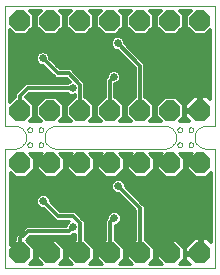
<source format=gtl>
G75*
%MOIN*%
%OFA0B0*%
%FSLAX24Y24*%
%IPPOS*%
%LPD*%
%AMOC8*
5,1,8,0,0,1.08239X$1,22.5*
%
%ADD10C,0.0000*%
%ADD11OC8,0.0700*%
%ADD12C,0.0100*%
%ADD13C,0.0260*%
%ADD14C,0.0120*%
D10*
X000330Y000150D02*
X000330Y004145D01*
X000643Y004145D01*
X000680Y004147D01*
X000717Y004152D01*
X000753Y004161D01*
X000788Y004174D01*
X000821Y004190D01*
X000853Y004209D01*
X000883Y004231D01*
X000910Y004256D01*
X000935Y004283D01*
X000957Y004313D01*
X000976Y004345D01*
X000992Y004378D01*
X001005Y004413D01*
X001014Y004449D01*
X001019Y004486D01*
X001021Y004523D01*
X001019Y004560D01*
X001014Y004597D01*
X001005Y004633D01*
X000992Y004668D01*
X000976Y004701D01*
X000957Y004733D01*
X000935Y004763D01*
X000910Y004790D01*
X000883Y004815D01*
X000853Y004837D01*
X000821Y004856D01*
X000788Y004872D01*
X000753Y004885D01*
X000717Y004894D01*
X000680Y004899D01*
X000643Y004901D01*
X000643Y004900D02*
X000330Y004900D01*
X000330Y008895D01*
X007322Y008895D01*
X007322Y004900D01*
X007018Y004900D01*
X007018Y004901D02*
X006981Y004899D01*
X006944Y004894D01*
X006908Y004885D01*
X006873Y004872D01*
X006840Y004856D01*
X006808Y004837D01*
X006778Y004815D01*
X006751Y004790D01*
X006726Y004763D01*
X006704Y004733D01*
X006685Y004701D01*
X006669Y004668D01*
X006656Y004633D01*
X006647Y004597D01*
X006642Y004560D01*
X006640Y004523D01*
X006642Y004486D01*
X006647Y004449D01*
X006656Y004413D01*
X006669Y004378D01*
X006685Y004345D01*
X006704Y004313D01*
X006726Y004283D01*
X006751Y004256D01*
X006778Y004231D01*
X006808Y004209D01*
X006840Y004190D01*
X006873Y004174D01*
X006908Y004161D01*
X006944Y004152D01*
X006981Y004147D01*
X007018Y004145D01*
X007322Y004145D01*
X007322Y000150D01*
X000330Y000150D01*
X002018Y004145D02*
X005643Y004145D01*
X005680Y004147D01*
X005717Y004152D01*
X005753Y004161D01*
X005788Y004174D01*
X005821Y004190D01*
X005853Y004209D01*
X005883Y004231D01*
X005910Y004256D01*
X005935Y004283D01*
X005957Y004313D01*
X005976Y004345D01*
X005992Y004378D01*
X006005Y004413D01*
X006014Y004449D01*
X006019Y004486D01*
X006021Y004523D01*
X006019Y004560D01*
X006014Y004597D01*
X006005Y004633D01*
X005992Y004668D01*
X005976Y004701D01*
X005957Y004733D01*
X005935Y004763D01*
X005910Y004790D01*
X005883Y004815D01*
X005853Y004837D01*
X005821Y004856D01*
X005788Y004872D01*
X005753Y004885D01*
X005717Y004894D01*
X005680Y004899D01*
X005643Y004901D01*
X005643Y004900D02*
X002018Y004900D01*
X002018Y004901D02*
X001981Y004899D01*
X001944Y004894D01*
X001908Y004885D01*
X001873Y004872D01*
X001840Y004856D01*
X001808Y004837D01*
X001778Y004815D01*
X001751Y004790D01*
X001726Y004763D01*
X001704Y004733D01*
X001685Y004701D01*
X001669Y004668D01*
X001656Y004633D01*
X001647Y004597D01*
X001642Y004560D01*
X001640Y004523D01*
X001642Y004486D01*
X001647Y004449D01*
X001656Y004413D01*
X001669Y004378D01*
X001685Y004345D01*
X001704Y004313D01*
X001726Y004283D01*
X001751Y004256D01*
X001778Y004231D01*
X001808Y004209D01*
X001840Y004190D01*
X001873Y004174D01*
X001908Y004161D01*
X001944Y004152D01*
X001981Y004147D01*
X002018Y004145D01*
X001439Y004275D02*
X001441Y004293D01*
X001447Y004309D01*
X001456Y004324D01*
X001469Y004337D01*
X001484Y004346D01*
X001500Y004352D01*
X001518Y004354D01*
X001536Y004352D01*
X001552Y004346D01*
X001567Y004337D01*
X001580Y004324D01*
X001589Y004309D01*
X001595Y004293D01*
X001597Y004275D01*
X001595Y004257D01*
X001589Y004241D01*
X001580Y004226D01*
X001567Y004213D01*
X001552Y004204D01*
X001536Y004198D01*
X001518Y004196D01*
X001500Y004198D01*
X001484Y004204D01*
X001469Y004213D01*
X001456Y004226D01*
X001447Y004241D01*
X001441Y004257D01*
X001439Y004275D01*
X001064Y004275D02*
X001066Y004293D01*
X001072Y004309D01*
X001081Y004324D01*
X001094Y004337D01*
X001109Y004346D01*
X001125Y004352D01*
X001143Y004354D01*
X001161Y004352D01*
X001177Y004346D01*
X001192Y004337D01*
X001205Y004324D01*
X001214Y004309D01*
X001220Y004293D01*
X001222Y004275D01*
X001220Y004257D01*
X001214Y004241D01*
X001205Y004226D01*
X001192Y004213D01*
X001177Y004204D01*
X001161Y004198D01*
X001143Y004196D01*
X001125Y004198D01*
X001109Y004204D01*
X001094Y004213D01*
X001081Y004226D01*
X001072Y004241D01*
X001066Y004257D01*
X001064Y004275D01*
X001064Y004775D02*
X001066Y004793D01*
X001072Y004809D01*
X001081Y004824D01*
X001094Y004837D01*
X001109Y004846D01*
X001125Y004852D01*
X001143Y004854D01*
X001161Y004852D01*
X001177Y004846D01*
X001192Y004837D01*
X001205Y004824D01*
X001214Y004809D01*
X001220Y004793D01*
X001222Y004775D01*
X001220Y004757D01*
X001214Y004741D01*
X001205Y004726D01*
X001192Y004713D01*
X001177Y004704D01*
X001161Y004698D01*
X001143Y004696D01*
X001125Y004698D01*
X001109Y004704D01*
X001094Y004713D01*
X001081Y004726D01*
X001072Y004741D01*
X001066Y004757D01*
X001064Y004775D01*
X001439Y004775D02*
X001441Y004793D01*
X001447Y004809D01*
X001456Y004824D01*
X001469Y004837D01*
X001484Y004846D01*
X001500Y004852D01*
X001518Y004854D01*
X001536Y004852D01*
X001552Y004846D01*
X001567Y004837D01*
X001580Y004824D01*
X001589Y004809D01*
X001595Y004793D01*
X001597Y004775D01*
X001595Y004757D01*
X001589Y004741D01*
X001580Y004726D01*
X001567Y004713D01*
X001552Y004704D01*
X001536Y004698D01*
X001518Y004696D01*
X001500Y004698D01*
X001484Y004704D01*
X001469Y004713D01*
X001456Y004726D01*
X001447Y004741D01*
X001441Y004757D01*
X001439Y004775D01*
X006064Y004775D02*
X006066Y004793D01*
X006072Y004809D01*
X006081Y004824D01*
X006094Y004837D01*
X006109Y004846D01*
X006125Y004852D01*
X006143Y004854D01*
X006161Y004852D01*
X006177Y004846D01*
X006192Y004837D01*
X006205Y004824D01*
X006214Y004809D01*
X006220Y004793D01*
X006222Y004775D01*
X006220Y004757D01*
X006214Y004741D01*
X006205Y004726D01*
X006192Y004713D01*
X006177Y004704D01*
X006161Y004698D01*
X006143Y004696D01*
X006125Y004698D01*
X006109Y004704D01*
X006094Y004713D01*
X006081Y004726D01*
X006072Y004741D01*
X006066Y004757D01*
X006064Y004775D01*
X006064Y004275D02*
X006066Y004293D01*
X006072Y004309D01*
X006081Y004324D01*
X006094Y004337D01*
X006109Y004346D01*
X006125Y004352D01*
X006143Y004354D01*
X006161Y004352D01*
X006177Y004346D01*
X006192Y004337D01*
X006205Y004324D01*
X006214Y004309D01*
X006220Y004293D01*
X006222Y004275D01*
X006220Y004257D01*
X006214Y004241D01*
X006205Y004226D01*
X006192Y004213D01*
X006177Y004204D01*
X006161Y004198D01*
X006143Y004196D01*
X006125Y004198D01*
X006109Y004204D01*
X006094Y004213D01*
X006081Y004226D01*
X006072Y004241D01*
X006066Y004257D01*
X006064Y004275D01*
X006439Y004275D02*
X006441Y004293D01*
X006447Y004309D01*
X006456Y004324D01*
X006469Y004337D01*
X006484Y004346D01*
X006500Y004352D01*
X006518Y004354D01*
X006536Y004352D01*
X006552Y004346D01*
X006567Y004337D01*
X006580Y004324D01*
X006589Y004309D01*
X006595Y004293D01*
X006597Y004275D01*
X006595Y004257D01*
X006589Y004241D01*
X006580Y004226D01*
X006567Y004213D01*
X006552Y004204D01*
X006536Y004198D01*
X006518Y004196D01*
X006500Y004198D01*
X006484Y004204D01*
X006469Y004213D01*
X006456Y004226D01*
X006447Y004241D01*
X006441Y004257D01*
X006439Y004275D01*
X006439Y004775D02*
X006441Y004793D01*
X006447Y004809D01*
X006456Y004824D01*
X006469Y004837D01*
X006484Y004846D01*
X006500Y004852D01*
X006518Y004854D01*
X006536Y004852D01*
X006552Y004846D01*
X006567Y004837D01*
X006580Y004824D01*
X006589Y004809D01*
X006595Y004793D01*
X006597Y004775D01*
X006595Y004757D01*
X006589Y004741D01*
X006580Y004726D01*
X006567Y004713D01*
X006552Y004704D01*
X006536Y004698D01*
X006518Y004696D01*
X006500Y004698D01*
X006484Y004704D01*
X006469Y004713D01*
X006456Y004726D01*
X006447Y004741D01*
X006441Y004757D01*
X006439Y004775D01*
D11*
X006830Y005400D03*
X005830Y005400D03*
X004830Y005400D03*
X003830Y005400D03*
X002830Y005400D03*
X001830Y005400D03*
X000830Y005400D03*
X000830Y003650D03*
X001830Y003650D03*
X002830Y003650D03*
X003830Y003650D03*
X004830Y003650D03*
X005830Y003650D03*
X006830Y003650D03*
X006830Y000650D03*
X005830Y000650D03*
X004830Y000650D03*
X003830Y000650D03*
X002830Y000650D03*
X001830Y000650D03*
X000830Y000650D03*
X000830Y008400D03*
X001830Y008400D03*
X002830Y008400D03*
X003830Y008400D03*
X004830Y008400D03*
X005830Y008400D03*
X006830Y008400D03*
D12*
X006544Y004000D02*
X006116Y004000D01*
X006280Y003836D01*
X006280Y003464D01*
X006016Y003200D01*
X005644Y003200D01*
X005380Y003464D01*
X005380Y003836D01*
X005539Y003995D01*
X005121Y003995D01*
X005280Y003836D01*
X005280Y003464D01*
X005016Y003200D01*
X004644Y003200D01*
X004380Y003464D01*
X004380Y003836D01*
X004539Y003995D01*
X004121Y003995D01*
X004280Y003836D01*
X004280Y003464D01*
X004016Y003200D01*
X003644Y003200D01*
X003380Y003464D01*
X003380Y003836D01*
X003539Y003995D01*
X003121Y003995D01*
X003280Y003836D01*
X003280Y003464D01*
X003016Y003200D01*
X002644Y003200D01*
X002380Y003464D01*
X002380Y003836D01*
X002539Y003995D01*
X002121Y003995D01*
X002280Y003836D01*
X002280Y003464D01*
X002016Y003200D01*
X001644Y003200D01*
X001380Y003464D01*
X001380Y003836D01*
X001544Y004000D01*
X001116Y004000D01*
X001280Y003836D01*
X001280Y003464D01*
X001016Y003200D01*
X000644Y003200D01*
X000480Y003364D01*
X000480Y000936D01*
X000644Y001100D01*
X000670Y001100D01*
X000670Y001216D01*
X000764Y001310D01*
X001014Y001560D01*
X002350Y001560D01*
X002350Y001620D01*
X002470Y001740D01*
X002014Y001740D01*
X001920Y001834D01*
X001584Y002170D01*
X001485Y002170D01*
X001350Y002305D01*
X001350Y002495D01*
X001485Y002630D01*
X001675Y002630D01*
X001810Y002495D01*
X001810Y002396D01*
X002146Y002060D01*
X002646Y002060D01*
X002896Y001810D01*
X002990Y001716D01*
X002990Y001100D01*
X003016Y001100D01*
X003280Y000836D01*
X003280Y000464D01*
X003116Y000300D01*
X003544Y000300D01*
X003380Y000464D01*
X003380Y000836D01*
X003644Y001100D01*
X003670Y001100D01*
X003670Y001779D01*
X003725Y001834D01*
X003725Y001933D01*
X003860Y002067D01*
X004050Y002067D01*
X004185Y001933D01*
X004185Y001742D01*
X004050Y001608D01*
X003990Y001608D01*
X003990Y001100D01*
X004016Y001100D01*
X004280Y000836D01*
X004280Y000464D01*
X004116Y000300D01*
X004544Y000300D01*
X004380Y000464D01*
X004380Y000836D01*
X004644Y001100D01*
X004670Y001100D01*
X004670Y002084D01*
X004084Y002670D01*
X003985Y002670D01*
X003850Y002805D01*
X003850Y002995D01*
X003985Y003130D01*
X004175Y003130D01*
X004310Y002995D01*
X004310Y002896D01*
X004896Y002310D01*
X004990Y002216D01*
X004990Y001100D01*
X005016Y001100D01*
X005280Y000836D01*
X005280Y000464D01*
X005116Y000300D01*
X005544Y000300D01*
X005380Y000464D01*
X005380Y000836D01*
X005644Y001100D01*
X006016Y001100D01*
X006280Y000836D01*
X006280Y000464D01*
X006116Y000300D01*
X006473Y000300D01*
X006330Y000443D01*
X006330Y000600D01*
X006780Y000600D01*
X006780Y000700D01*
X006780Y001150D01*
X006623Y001150D01*
X006330Y000857D01*
X006330Y000700D01*
X006780Y000700D01*
X006880Y000700D01*
X006880Y001150D01*
X007037Y001150D01*
X007172Y001015D01*
X007172Y003356D01*
X007016Y003200D01*
X006644Y003200D01*
X006380Y003464D01*
X006380Y003836D01*
X006544Y004000D01*
X006535Y003992D02*
X006125Y003992D01*
X006223Y003893D02*
X006437Y003893D01*
X006380Y003795D02*
X006280Y003795D01*
X006280Y003696D02*
X006380Y003696D01*
X006380Y003598D02*
X006280Y003598D01*
X006280Y003499D02*
X006380Y003499D01*
X006443Y003401D02*
X006217Y003401D01*
X006118Y003302D02*
X006542Y003302D01*
X006640Y003204D02*
X006020Y003204D01*
X005640Y003204D02*
X005020Y003204D01*
X005118Y003302D02*
X005542Y003302D01*
X005443Y003401D02*
X005217Y003401D01*
X005280Y003499D02*
X005380Y003499D01*
X005380Y003598D02*
X005280Y003598D01*
X005280Y003696D02*
X005380Y003696D01*
X005380Y003795D02*
X005280Y003795D01*
X005223Y003893D02*
X005437Y003893D01*
X005535Y003992D02*
X005125Y003992D01*
X004535Y003992D02*
X004125Y003992D01*
X004223Y003893D02*
X004437Y003893D01*
X004380Y003795D02*
X004280Y003795D01*
X004280Y003696D02*
X004380Y003696D01*
X004380Y003598D02*
X004280Y003598D01*
X004280Y003499D02*
X004380Y003499D01*
X004443Y003401D02*
X004217Y003401D01*
X004118Y003302D02*
X004542Y003302D01*
X004640Y003204D02*
X004020Y003204D01*
X003960Y003105D02*
X000480Y003105D01*
X000480Y003007D02*
X003861Y003007D01*
X003850Y002908D02*
X000480Y002908D01*
X000480Y002810D02*
X003850Y002810D01*
X003944Y002711D02*
X000480Y002711D01*
X000480Y002613D02*
X001467Y002613D01*
X001369Y002514D02*
X000480Y002514D01*
X000480Y002416D02*
X001350Y002416D01*
X001350Y002317D02*
X000480Y002317D01*
X000480Y002219D02*
X001436Y002219D01*
X001634Y002120D02*
X000480Y002120D01*
X000480Y002022D02*
X001732Y002022D01*
X001831Y001923D02*
X000480Y001923D01*
X000480Y001825D02*
X001929Y001825D01*
X002086Y002120D02*
X004634Y002120D01*
X004670Y002022D02*
X004096Y002022D01*
X004185Y001923D02*
X004670Y001923D01*
X004670Y001825D02*
X004185Y001825D01*
X004169Y001726D02*
X004670Y001726D01*
X004670Y001628D02*
X004070Y001628D01*
X003990Y001529D02*
X004670Y001529D01*
X004670Y001431D02*
X003990Y001431D01*
X003990Y001332D02*
X004670Y001332D01*
X004670Y001234D02*
X003990Y001234D01*
X003990Y001135D02*
X004670Y001135D01*
X004580Y001037D02*
X004080Y001037D01*
X004178Y000938D02*
X004482Y000938D01*
X004383Y000840D02*
X004277Y000840D01*
X004280Y000741D02*
X004380Y000741D01*
X004380Y000643D02*
X004280Y000643D01*
X004280Y000544D02*
X004380Y000544D01*
X004398Y000446D02*
X004262Y000446D01*
X004163Y000347D02*
X004497Y000347D01*
X005080Y001037D02*
X005580Y001037D01*
X005482Y000938D02*
X005178Y000938D01*
X005277Y000840D02*
X005383Y000840D01*
X005380Y000741D02*
X005280Y000741D01*
X005280Y000643D02*
X005380Y000643D01*
X005380Y000544D02*
X005280Y000544D01*
X005262Y000446D02*
X005398Y000446D01*
X005497Y000347D02*
X005163Y000347D01*
X004990Y001135D02*
X006608Y001135D01*
X006509Y001037D02*
X006080Y001037D01*
X006178Y000938D02*
X006411Y000938D01*
X006330Y000840D02*
X006277Y000840D01*
X006280Y000741D02*
X006330Y000741D01*
X006280Y000643D02*
X006780Y000643D01*
X006780Y000741D02*
X006880Y000741D01*
X006880Y000840D02*
X006780Y000840D01*
X006780Y000938D02*
X006880Y000938D01*
X006880Y001037D02*
X006780Y001037D01*
X006780Y001135D02*
X006880Y001135D01*
X007052Y001135D02*
X007172Y001135D01*
X007172Y001037D02*
X007151Y001037D01*
X007172Y001234D02*
X004990Y001234D01*
X004990Y001332D02*
X007172Y001332D01*
X007172Y001431D02*
X004990Y001431D01*
X004990Y001529D02*
X007172Y001529D01*
X007172Y001628D02*
X004990Y001628D01*
X004990Y001726D02*
X007172Y001726D01*
X007172Y001825D02*
X004990Y001825D01*
X004990Y001923D02*
X007172Y001923D01*
X007172Y002022D02*
X004990Y002022D01*
X004990Y002120D02*
X007172Y002120D01*
X007172Y002219D02*
X004988Y002219D01*
X004889Y002317D02*
X007172Y002317D01*
X007172Y002416D02*
X004791Y002416D01*
X004692Y002514D02*
X007172Y002514D01*
X007172Y002613D02*
X004594Y002613D01*
X004495Y002711D02*
X007172Y002711D01*
X007172Y002810D02*
X004397Y002810D01*
X004310Y002908D02*
X007172Y002908D01*
X007172Y003007D02*
X004299Y003007D01*
X004200Y003105D02*
X007172Y003105D01*
X007172Y003204D02*
X007020Y003204D01*
X007118Y003302D02*
X007172Y003302D01*
X006330Y000544D02*
X006280Y000544D01*
X006262Y000446D02*
X006330Y000446D01*
X006426Y000347D02*
X006163Y000347D01*
X004535Y002219D02*
X001988Y002219D01*
X001889Y002317D02*
X004437Y002317D01*
X004338Y002416D02*
X001810Y002416D01*
X001791Y002514D02*
X004240Y002514D01*
X004141Y002613D02*
X001693Y002613D01*
X001640Y003204D02*
X001020Y003204D01*
X001118Y003302D02*
X001542Y003302D01*
X001443Y003401D02*
X001217Y003401D01*
X001280Y003499D02*
X001380Y003499D01*
X001380Y003598D02*
X001280Y003598D01*
X001280Y003696D02*
X001380Y003696D01*
X001380Y003795D02*
X001280Y003795D01*
X001223Y003893D02*
X001437Y003893D01*
X001535Y003992D02*
X001125Y003992D01*
X000542Y003302D02*
X000480Y003302D01*
X000480Y003204D02*
X000640Y003204D01*
X000480Y001726D02*
X002456Y001726D01*
X002357Y001628D02*
X000480Y001628D01*
X000480Y001529D02*
X000983Y001529D01*
X000884Y001431D02*
X000480Y001431D01*
X000480Y001332D02*
X000786Y001332D01*
X000687Y001234D02*
X000480Y001234D01*
X000480Y001135D02*
X000670Y001135D01*
X000580Y001037D02*
X000480Y001037D01*
X000480Y000938D02*
X000482Y000938D01*
X001006Y001100D02*
X001146Y001240D01*
X002521Y001240D01*
X002576Y001295D01*
X002670Y001295D01*
X002670Y001100D01*
X002644Y001100D01*
X002380Y000836D01*
X002380Y000464D01*
X002544Y000300D01*
X002116Y000300D01*
X002280Y000464D01*
X002280Y000836D01*
X002016Y001100D01*
X001644Y001100D01*
X001380Y000836D01*
X001380Y000464D01*
X001544Y000300D01*
X001116Y000300D01*
X001280Y000464D01*
X001280Y000836D01*
X001016Y001100D01*
X001006Y001100D01*
X001041Y001135D02*
X002670Y001135D01*
X002670Y001234D02*
X001140Y001234D01*
X001080Y001037D02*
X001580Y001037D01*
X001482Y000938D02*
X001178Y000938D01*
X001277Y000840D02*
X001383Y000840D01*
X001380Y000741D02*
X001280Y000741D01*
X001280Y000643D02*
X001380Y000643D01*
X001380Y000544D02*
X001280Y000544D01*
X001262Y000446D02*
X001398Y000446D01*
X001497Y000347D02*
X001163Y000347D01*
X002080Y001037D02*
X002580Y001037D01*
X002482Y000938D02*
X002178Y000938D01*
X002277Y000840D02*
X002383Y000840D01*
X002380Y000741D02*
X002280Y000741D01*
X002280Y000643D02*
X002380Y000643D01*
X002380Y000544D02*
X002280Y000544D01*
X002262Y000446D02*
X002398Y000446D01*
X002497Y000347D02*
X002163Y000347D01*
X002990Y001135D02*
X003670Y001135D01*
X003670Y001234D02*
X002990Y001234D01*
X002990Y001332D02*
X003670Y001332D01*
X003670Y001431D02*
X002990Y001431D01*
X002990Y001529D02*
X003670Y001529D01*
X003670Y001628D02*
X002990Y001628D01*
X002980Y001726D02*
X003670Y001726D01*
X003716Y001825D02*
X002882Y001825D01*
X002783Y001923D02*
X003725Y001923D01*
X003814Y002022D02*
X002685Y002022D01*
X003080Y001037D02*
X003580Y001037D01*
X003482Y000938D02*
X003178Y000938D01*
X003277Y000840D02*
X003383Y000840D01*
X003380Y000741D02*
X003280Y000741D01*
X003280Y000643D02*
X003380Y000643D01*
X003380Y000544D02*
X003280Y000544D01*
X003262Y000446D02*
X003398Y000446D01*
X003497Y000347D02*
X003163Y000347D01*
X003020Y003204D02*
X003640Y003204D01*
X003542Y003302D02*
X003118Y003302D01*
X003217Y003401D02*
X003443Y003401D01*
X003380Y003499D02*
X003280Y003499D01*
X003280Y003598D02*
X003380Y003598D01*
X003380Y003696D02*
X003280Y003696D01*
X003280Y003795D02*
X003380Y003795D01*
X003437Y003893D02*
X003223Y003893D01*
X003125Y003992D02*
X003535Y003992D01*
X002640Y003204D02*
X002020Y003204D01*
X002118Y003302D02*
X002542Y003302D01*
X002443Y003401D02*
X002217Y003401D01*
X002280Y003499D02*
X002380Y003499D01*
X002380Y003598D02*
X002280Y003598D01*
X002280Y003696D02*
X002380Y003696D01*
X002380Y003795D02*
X002280Y003795D01*
X002223Y003893D02*
X002437Y003893D01*
X002535Y003992D02*
X002125Y003992D01*
D13*
X001330Y003275D03*
X001580Y002400D03*
X001580Y002025D03*
X002205Y002275D03*
X002580Y001525D03*
X002330Y001025D03*
X003330Y001025D03*
X003955Y001838D03*
X003205Y002275D03*
X003330Y003275D03*
X004080Y002900D03*
X004330Y003275D03*
X005580Y002275D03*
X006330Y003275D03*
X003955Y006525D03*
X003330Y005775D03*
X002580Y006150D03*
X002330Y005775D03*
X001580Y006775D03*
X001580Y007150D03*
X002205Y007025D03*
X001330Y008025D03*
X003205Y007025D03*
X003330Y008025D03*
X004080Y007650D03*
X004330Y008025D03*
X005580Y007025D03*
X006330Y008025D03*
D14*
X006170Y008090D02*
X006490Y008090D01*
X006371Y008208D02*
X006289Y008208D01*
X006290Y008209D02*
X006290Y008591D01*
X006146Y008735D01*
X006514Y008735D01*
X006370Y008591D01*
X006370Y008209D01*
X006639Y007940D01*
X007021Y007940D01*
X007162Y008082D01*
X007162Y005789D01*
X007041Y005910D01*
X006870Y005910D01*
X006870Y005440D01*
X006790Y005440D01*
X006790Y005910D01*
X006619Y005910D01*
X006320Y005611D01*
X006320Y005440D01*
X006790Y005440D01*
X006790Y005360D01*
X006320Y005360D01*
X006320Y005189D01*
X006449Y005060D01*
X006141Y005060D01*
X006290Y005209D01*
X006290Y005591D01*
X006021Y005860D01*
X005639Y005860D01*
X005370Y005591D01*
X005370Y005209D01*
X005519Y005060D01*
X005141Y005060D01*
X005290Y005209D01*
X005290Y005591D01*
X005021Y005860D01*
X005000Y005860D01*
X005000Y006970D01*
X004900Y007070D01*
X004320Y007650D01*
X004320Y007698D01*
X004283Y007786D01*
X004216Y007853D01*
X004128Y007890D01*
X004032Y007890D01*
X003944Y007853D01*
X003877Y007786D01*
X003840Y007698D01*
X003840Y007602D01*
X003877Y007514D01*
X003944Y007447D01*
X004032Y007410D01*
X004080Y007410D01*
X004660Y006830D01*
X004660Y005860D01*
X004639Y005860D01*
X004370Y005591D01*
X004370Y005209D01*
X004519Y005060D01*
X004141Y005060D01*
X004290Y005209D01*
X004290Y005591D01*
X004021Y005860D01*
X004000Y005860D01*
X004000Y006285D01*
X004003Y006285D01*
X004091Y006322D01*
X004158Y006389D01*
X004195Y006477D01*
X004195Y006573D01*
X004158Y006661D01*
X004091Y006728D01*
X004003Y006765D01*
X003907Y006765D01*
X003819Y006728D01*
X003752Y006661D01*
X003715Y006573D01*
X003715Y006525D01*
X003660Y006470D01*
X003660Y005860D01*
X003639Y005860D01*
X003370Y005591D01*
X003370Y005209D01*
X003519Y005060D01*
X003141Y005060D01*
X003290Y005209D01*
X003290Y005591D01*
X003021Y005860D01*
X003000Y005860D01*
X003000Y006345D01*
X002525Y006820D01*
X002150Y006820D01*
X001820Y007150D01*
X001820Y007198D01*
X001783Y007286D01*
X001716Y007353D01*
X001628Y007390D01*
X001532Y007390D01*
X001444Y007353D01*
X001377Y007286D01*
X001340Y007198D01*
X001340Y007102D01*
X001377Y007014D01*
X001444Y006947D01*
X001532Y006910D01*
X001580Y006910D01*
X001910Y006580D01*
X002010Y006480D01*
X002385Y006480D01*
X002491Y006373D01*
X002444Y006353D01*
X002411Y006320D01*
X001010Y006320D01*
X000760Y006070D01*
X000660Y005970D01*
X000660Y005860D01*
X000639Y005860D01*
X000490Y005711D01*
X000490Y008089D01*
X000639Y007940D01*
X001021Y007940D01*
X001290Y008209D01*
X001290Y008591D01*
X001146Y008735D01*
X001514Y008735D01*
X001370Y008591D01*
X001370Y008209D01*
X001639Y007940D01*
X002021Y007940D01*
X002290Y008209D01*
X002290Y008591D01*
X002146Y008735D01*
X002514Y008735D01*
X002370Y008591D01*
X002370Y008209D01*
X002639Y007940D01*
X003021Y007940D01*
X003290Y008209D01*
X003290Y008591D01*
X003146Y008735D01*
X003514Y008735D01*
X003370Y008591D01*
X003370Y008209D01*
X003639Y007940D01*
X004021Y007940D01*
X004290Y008209D01*
X004290Y008591D01*
X004146Y008735D01*
X004514Y008735D01*
X004370Y008591D01*
X004370Y008209D01*
X004639Y007940D01*
X005021Y007940D01*
X005290Y008209D01*
X005290Y008591D01*
X005146Y008735D01*
X005514Y008735D01*
X005370Y008591D01*
X005370Y008209D01*
X005639Y007940D01*
X006021Y007940D01*
X006290Y008209D01*
X006290Y008327D02*
X006370Y008327D01*
X006370Y008445D02*
X006290Y008445D01*
X006290Y008564D02*
X006370Y008564D01*
X006461Y008682D02*
X006199Y008682D01*
X006052Y007971D02*
X006608Y007971D01*
X007052Y007971D02*
X007162Y007971D01*
X007162Y007853D02*
X004217Y007853D01*
X004305Y007734D02*
X007162Y007734D01*
X007162Y007616D02*
X004355Y007616D01*
X004473Y007497D02*
X007162Y007497D01*
X007162Y007379D02*
X004592Y007379D01*
X004710Y007260D02*
X007162Y007260D01*
X007162Y007142D02*
X004829Y007142D01*
X004947Y007023D02*
X007162Y007023D01*
X007162Y006905D02*
X005000Y006905D01*
X005000Y006786D02*
X007162Y006786D01*
X007162Y006668D02*
X005000Y006668D01*
X005000Y006549D02*
X007162Y006549D01*
X007162Y006431D02*
X005000Y006431D01*
X005000Y006312D02*
X007162Y006312D01*
X007162Y006194D02*
X005000Y006194D01*
X005000Y006075D02*
X007162Y006075D01*
X007162Y005957D02*
X005000Y005957D01*
X005043Y005838D02*
X005617Y005838D01*
X005499Y005720D02*
X005161Y005720D01*
X005280Y005601D02*
X005380Y005601D01*
X005370Y005483D02*
X005290Y005483D01*
X005290Y005364D02*
X005370Y005364D01*
X005370Y005246D02*
X005290Y005246D01*
X005208Y005127D02*
X005452Y005127D01*
X004830Y005400D02*
X004830Y006900D01*
X004080Y007650D01*
X003943Y007853D02*
X000490Y007853D01*
X000490Y007971D02*
X000608Y007971D01*
X000490Y007734D02*
X003855Y007734D01*
X003840Y007616D02*
X000490Y007616D01*
X000490Y007497D02*
X003894Y007497D01*
X004111Y007379D02*
X001655Y007379D01*
X001794Y007260D02*
X004230Y007260D01*
X004348Y007142D02*
X001829Y007142D01*
X001947Y007023D02*
X004467Y007023D01*
X004585Y006905D02*
X002066Y006905D01*
X002080Y006650D02*
X002455Y006650D01*
X002830Y006275D01*
X002830Y005400D01*
X002499Y005720D02*
X002161Y005720D01*
X002043Y005838D02*
X002617Y005838D01*
X002639Y005860D02*
X002370Y005591D01*
X002370Y005209D01*
X002519Y005060D01*
X002141Y005060D01*
X002290Y005209D01*
X002290Y005591D01*
X002021Y005860D01*
X001639Y005860D01*
X001370Y005591D01*
X001370Y005209D01*
X001519Y005060D01*
X001141Y005060D01*
X001290Y005209D01*
X001290Y005591D01*
X001025Y005855D01*
X001150Y005980D01*
X002411Y005980D01*
X002444Y005947D01*
X002532Y005910D01*
X002628Y005910D01*
X002660Y005923D01*
X002660Y005860D01*
X002639Y005860D01*
X002434Y005957D02*
X001127Y005957D01*
X001043Y005838D02*
X001617Y005838D01*
X001499Y005720D02*
X001161Y005720D01*
X001280Y005601D02*
X001380Y005601D01*
X001370Y005483D02*
X001290Y005483D01*
X001290Y005364D02*
X001370Y005364D01*
X001370Y005246D02*
X001290Y005246D01*
X001208Y005127D02*
X001452Y005127D01*
X000830Y005400D02*
X000830Y005900D01*
X001080Y006150D01*
X002580Y006150D01*
X002434Y006431D02*
X000490Y006431D01*
X000490Y006549D02*
X001941Y006549D01*
X001822Y006668D02*
X000490Y006668D01*
X000490Y006786D02*
X001704Y006786D01*
X001585Y006905D02*
X000490Y006905D01*
X000490Y007023D02*
X001373Y007023D01*
X001340Y007142D02*
X000490Y007142D01*
X000490Y007260D02*
X001366Y007260D01*
X001505Y007379D02*
X000490Y007379D01*
X001052Y007971D02*
X001608Y007971D01*
X001490Y008090D02*
X001170Y008090D01*
X001289Y008208D02*
X001371Y008208D01*
X001370Y008327D02*
X001290Y008327D01*
X001290Y008445D02*
X001370Y008445D01*
X001370Y008564D02*
X001290Y008564D01*
X001199Y008682D02*
X001461Y008682D01*
X002052Y007971D02*
X002608Y007971D01*
X002490Y008090D02*
X002170Y008090D01*
X002289Y008208D02*
X002371Y008208D01*
X002370Y008327D02*
X002290Y008327D01*
X002290Y008445D02*
X002370Y008445D01*
X002370Y008564D02*
X002290Y008564D01*
X002199Y008682D02*
X002461Y008682D01*
X003052Y007971D02*
X003608Y007971D01*
X003490Y008090D02*
X003170Y008090D01*
X003289Y008208D02*
X003371Y008208D01*
X003370Y008327D02*
X003290Y008327D01*
X003290Y008445D02*
X003370Y008445D01*
X003370Y008564D02*
X003290Y008564D01*
X003199Y008682D02*
X003461Y008682D01*
X004052Y007971D02*
X004608Y007971D01*
X004490Y008090D02*
X004170Y008090D01*
X004289Y008208D02*
X004371Y008208D01*
X004370Y008327D02*
X004290Y008327D01*
X004290Y008445D02*
X004370Y008445D01*
X004370Y008564D02*
X004290Y008564D01*
X004199Y008682D02*
X004461Y008682D01*
X005052Y007971D02*
X005608Y007971D01*
X005490Y008090D02*
X005170Y008090D01*
X005289Y008208D02*
X005371Y008208D01*
X005370Y008327D02*
X005290Y008327D01*
X005290Y008445D02*
X005370Y008445D01*
X005370Y008564D02*
X005290Y008564D01*
X005199Y008682D02*
X005461Y008682D01*
X004660Y006786D02*
X002559Y006786D01*
X002678Y006668D02*
X003758Y006668D01*
X003715Y006549D02*
X002796Y006549D01*
X002915Y006431D02*
X003660Y006431D01*
X003660Y006312D02*
X003000Y006312D01*
X003000Y006194D02*
X003660Y006194D01*
X003660Y006075D02*
X003000Y006075D01*
X003000Y005957D02*
X003660Y005957D01*
X003617Y005838D02*
X003043Y005838D01*
X003161Y005720D02*
X003499Y005720D01*
X003380Y005601D02*
X003280Y005601D01*
X003290Y005483D02*
X003370Y005483D01*
X003370Y005364D02*
X003290Y005364D01*
X003290Y005246D02*
X003370Y005246D01*
X003452Y005127D02*
X003208Y005127D01*
X003830Y005400D02*
X003830Y006400D01*
X003955Y006525D01*
X004068Y006312D02*
X004660Y006312D01*
X004660Y006194D02*
X004000Y006194D01*
X004000Y006075D02*
X004660Y006075D01*
X004660Y005957D02*
X004000Y005957D01*
X004043Y005838D02*
X004617Y005838D01*
X004499Y005720D02*
X004161Y005720D01*
X004280Y005601D02*
X004380Y005601D01*
X004370Y005483D02*
X004290Y005483D01*
X004290Y005364D02*
X004370Y005364D01*
X004370Y005246D02*
X004290Y005246D01*
X004208Y005127D02*
X004452Y005127D01*
X004660Y006431D02*
X004176Y006431D01*
X004195Y006549D02*
X004660Y006549D01*
X004660Y006668D02*
X004152Y006668D01*
X002452Y005127D02*
X002208Y005127D01*
X002290Y005246D02*
X002370Y005246D01*
X002370Y005364D02*
X002290Y005364D01*
X002290Y005483D02*
X002370Y005483D01*
X002380Y005601D02*
X002280Y005601D01*
X002080Y006650D02*
X001580Y007150D01*
X001002Y006312D02*
X000490Y006312D01*
X000490Y006194D02*
X000883Y006194D01*
X000765Y006075D02*
X000490Y006075D01*
X000490Y005957D02*
X000660Y005957D01*
X000617Y005838D02*
X000490Y005838D01*
X000490Y005720D02*
X000499Y005720D01*
X001580Y002400D02*
X002080Y001900D01*
X002580Y001900D01*
X002830Y001650D01*
X002830Y000650D01*
X002455Y001400D02*
X001080Y001400D01*
X000830Y001150D01*
X000830Y000650D01*
X002455Y001400D02*
X002580Y001525D01*
X003830Y001713D02*
X003830Y000650D01*
X003830Y001713D02*
X003955Y001838D01*
X004830Y002150D02*
X004080Y002900D01*
X004830Y002150D02*
X004830Y000650D01*
X006208Y005127D02*
X006382Y005127D01*
X006320Y005246D02*
X006290Y005246D01*
X006290Y005364D02*
X006790Y005364D01*
X006790Y005483D02*
X006870Y005483D01*
X006870Y005601D02*
X006790Y005601D01*
X006790Y005720D02*
X006870Y005720D01*
X006870Y005838D02*
X006790Y005838D01*
X006547Y005838D02*
X006043Y005838D01*
X006161Y005720D02*
X006428Y005720D01*
X006320Y005601D02*
X006280Y005601D01*
X006290Y005483D02*
X006320Y005483D01*
X007113Y005838D02*
X007162Y005838D01*
M02*

</source>
